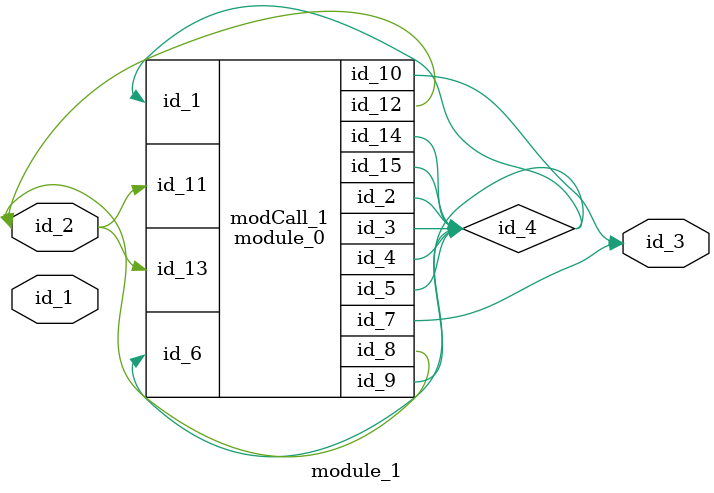
<source format=v>
module module_0 (
    id_1,
    id_2,
    id_3,
    id_4,
    id_5,
    id_6,
    id_7,
    id_8,
    id_9,
    id_10,
    id_11,
    id_12,
    id_13,
    id_14,
    id_15
);
  output wire id_15;
  output wire id_14;
  input wire id_13;
  output wire id_12;
  input wire id_11;
  output wire id_10;
  inout wire id_9;
  inout wire id_8;
  output wire id_7;
  input wire id_6;
  inout wire id_5;
  inout wire id_4;
  output wire id_3;
  inout wire id_2;
  input wire id_1;
endmodule
module module_1 (
    id_1,
    id_2,
    id_3
);
  output wire id_3;
  inout wire id_2;
  input wire id_1;
  wire id_4;
  module_0 modCall_1 (
      id_4,
      id_4,
      id_4,
      id_4,
      id_4,
      id_4,
      id_3,
      id_2,
      id_4,
      id_3,
      id_2,
      id_2,
      id_2,
      id_4,
      id_4
  );
endmodule

</source>
